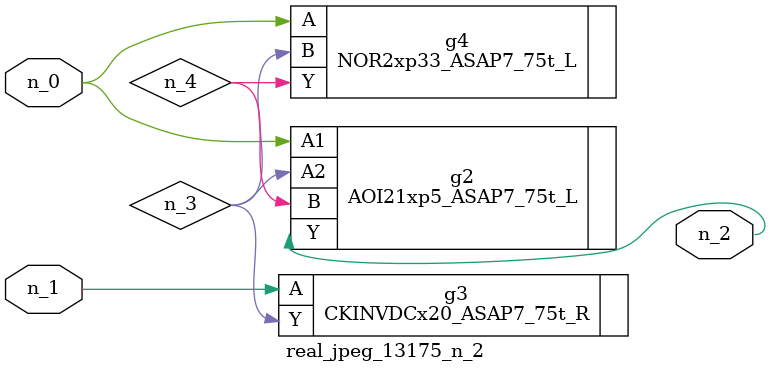
<source format=v>
module real_jpeg_13175_n_2 (n_1, n_0, n_2);

input n_1;
input n_0;

output n_2;

wire n_4;
wire n_3;

AOI21xp5_ASAP7_75t_L g2 ( 
.A1(n_0),
.A2(n_3),
.B(n_4),
.Y(n_2)
);

NOR2xp33_ASAP7_75t_L g4 ( 
.A(n_0),
.B(n_3),
.Y(n_4)
);

CKINVDCx20_ASAP7_75t_R g3 ( 
.A(n_1),
.Y(n_3)
);


endmodule
</source>
